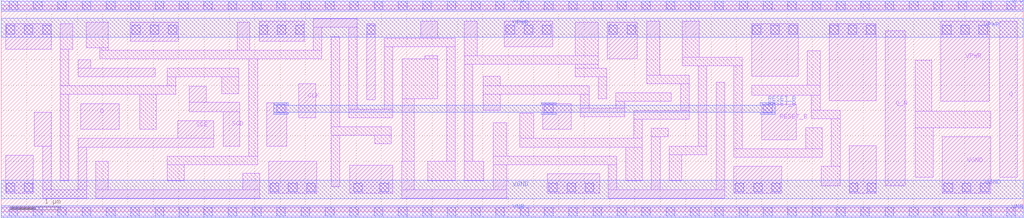
<source format=lef>
# Copyright 2020 The SkyWater PDK Authors
#
# Licensed under the Apache License, Version 2.0 (the "License");
# you may not use this file except in compliance with the License.
# You may obtain a copy of the License at
#
#     https://www.apache.org/licenses/LICENSE-2.0
#
# Unless required by applicable law or agreed to in writing, software
# distributed under the License is distributed on an "AS IS" BASIS,
# WITHOUT WARRANTIES OR CONDITIONS OF ANY KIND, either express or implied.
# See the License for the specific language governing permissions and
# limitations under the License.
#
# SPDX-License-Identifier: Apache-2.0

VERSION 5.7 ;
  NAMESCASESENSITIVE ON ;
  NOWIREEXTENSIONATPIN ON ;
  DIVIDERCHAR "/" ;
  BUSBITCHARS "[]" ;
UNITS
  DATABASE MICRONS 200 ;
END UNITS
MACRO sky130_fd_sc_hvl__sdfrbp_1
  CLASS CORE ;
  SOURCE USER ;
  FOREIGN sky130_fd_sc_hvl__sdfrbp_1 ;
  ORIGIN  0.000000  0.000000 ;
  SIZE  20.16000 BY  4.070000 ;
  SYMMETRY X Y R90 ;
  SITE unithv ;
  PIN D
    ANTENNAGATEAREA  0.420000 ;
    DIRECTION INPUT ;
    USE SIGNAL ;
    PORT
      LAYER li1 ;
        RECT 1.565000 1.625000 2.330000 2.135000 ;
    END
  END D
  PIN Q
    ANTENNADIFFAREA  0.626250 ;
    DIRECTION OUTPUT ;
    USE SIGNAL ;
    PORT
      LAYER li1 ;
        RECT 19.700000 0.685000 20.040000 3.755000 ;
    END
  END Q
  PIN Q_N
    ANTENNADIFFAREA  0.596250 ;
    DIRECTION OUTPUT ;
    USE SIGNAL ;
    PORT
      LAYER li1 ;
        RECT 17.435000 0.515000 17.835000 3.570000 ;
    END
  END Q_N
  PIN RESET_B
    ANTENNAGATEAREA  1.260000 ;
    DIRECTION INPUT ;
    USE SIGNAL ;
    PORT
      LAYER li1 ;
        RECT  5.235000 1.295000  5.635000 2.150000 ;
        RECT 10.685000 1.625000 11.245000 2.135000 ;
        RECT 15.005000 1.425000 15.685000 2.120000 ;
      LAYER mcon ;
        RECT  5.435000 1.950000  5.605000 2.120000 ;
        RECT 10.715000 1.950000 10.885000 2.120000 ;
        RECT 15.035000 1.950000 15.205000 2.120000 ;
      LAYER met1 ;
        RECT  5.375000 1.920000  5.665000 1.965000 ;
        RECT  5.375000 1.965000 15.265000 2.105000 ;
        RECT  5.375000 2.105000  5.665000 2.150000 ;
        RECT 10.655000 1.920000 10.945000 1.965000 ;
        RECT 10.655000 2.105000 10.945000 2.150000 ;
        RECT 14.975000 1.920000 15.265000 1.965000 ;
        RECT 14.975000 2.105000 15.265000 2.150000 ;
    END
  END RESET_B
  PIN SCD
    ANTENNAGATEAREA  0.420000 ;
    DIRECTION INPUT ;
    USE SIGNAL ;
    PORT
      LAYER li1 ;
        RECT 3.710000 1.975000 4.705000 2.155000 ;
        RECT 3.710000 2.155000 4.040000 2.480000 ;
        RECT 4.375000 1.295000 4.705000 1.975000 ;
    END
  END SCD
  PIN SCE
    ANTENNAGATEAREA  0.840000 ;
    DIRECTION INPUT ;
    USE SIGNAL ;
    PORT
      LAYER li1 ;
        RECT 0.655000 1.295000 0.985000 1.965000 ;
        RECT 0.815000 0.265000 1.685000 0.435000 ;
        RECT 0.815000 0.435000 0.985000 1.295000 ;
        RECT 1.515000 0.435000 1.685000 1.275000 ;
        RECT 1.515000 1.275000 4.195000 1.445000 ;
        RECT 1.515000 2.665000 3.040000 2.835000 ;
        RECT 1.515000 2.835000 1.765000 2.995000 ;
        RECT 3.485000 1.445000 4.195000 1.795000 ;
    END
  END SCE
  PIN CLK
    ANTENNAGATEAREA  0.585000 ;
    DIRECTION INPUT ;
    USE CLOCK ;
    PORT
      LAYER li1 ;
        RECT 5.870000 1.850000 6.200000 2.520000 ;
    END
  END CLK
  PIN VGND
    DIRECTION INOUT ;
    USE GROUND ;
    PORT
      LAYER li1 ;
        RECT  0.090000 0.365000  0.635000 1.115000 ;
        RECT  5.275000 0.365000  6.225000 0.995000 ;
        RECT  6.870000 0.365000  7.720000 0.915000 ;
        RECT 10.770000 0.365000 11.805000 0.745000 ;
        RECT 14.450000 0.365000 15.400000 0.895000 ;
        RECT 16.725000 0.365000 17.255000 1.305000 ;
        RECT 18.565000 0.365000 19.515000 1.475000 ;
      LAYER mcon ;
        RECT  0.095000 0.395000  0.265000 0.565000 ;
        RECT  0.455000 0.395000  0.625000 0.565000 ;
        RECT  5.305000 0.395000  5.475000 0.565000 ;
        RECT  5.665000 0.395000  5.835000 0.565000 ;
        RECT  6.025000 0.395000  6.195000 0.565000 ;
        RECT  6.950000 0.395000  7.120000 0.565000 ;
        RECT  7.470000 0.395000  7.640000 0.565000 ;
        RECT 10.800000 0.395000 10.970000 0.565000 ;
        RECT 11.160000 0.395000 11.330000 0.565000 ;
        RECT 11.520000 0.395000 11.690000 0.565000 ;
        RECT 14.480000 0.395000 14.650000 0.565000 ;
        RECT 14.840000 0.395000 15.010000 0.565000 ;
        RECT 15.200000 0.395000 15.370000 0.565000 ;
        RECT 16.725000 0.395000 16.895000 0.565000 ;
        RECT 17.085000 0.395000 17.255000 0.565000 ;
        RECT 18.595000 0.395000 18.765000 0.565000 ;
        RECT 18.955000 0.395000 19.125000 0.565000 ;
        RECT 19.315000 0.395000 19.485000 0.565000 ;
      LAYER met1 ;
        RECT 0.000000 0.255000 20.160000 0.625000 ;
    END
  END VGND
  PIN VNB
    DIRECTION INOUT ;
    USE GROUND ;
    PORT
      LAYER li1 ;
        RECT 0.000000 -0.085000 20.160000 0.085000 ;
      LAYER mcon ;
        RECT  0.155000 -0.085000  0.325000 0.085000 ;
        RECT  0.635000 -0.085000  0.805000 0.085000 ;
        RECT  1.115000 -0.085000  1.285000 0.085000 ;
        RECT  1.595000 -0.085000  1.765000 0.085000 ;
        RECT  2.075000 -0.085000  2.245000 0.085000 ;
        RECT  2.555000 -0.085000  2.725000 0.085000 ;
        RECT  3.035000 -0.085000  3.205000 0.085000 ;
        RECT  3.515000 -0.085000  3.685000 0.085000 ;
        RECT  3.995000 -0.085000  4.165000 0.085000 ;
        RECT  4.475000 -0.085000  4.645000 0.085000 ;
        RECT  4.955000 -0.085000  5.125000 0.085000 ;
        RECT  5.435000 -0.085000  5.605000 0.085000 ;
        RECT  5.915000 -0.085000  6.085000 0.085000 ;
        RECT  6.395000 -0.085000  6.565000 0.085000 ;
        RECT  6.875000 -0.085000  7.045000 0.085000 ;
        RECT  7.355000 -0.085000  7.525000 0.085000 ;
        RECT  7.835000 -0.085000  8.005000 0.085000 ;
        RECT  8.315000 -0.085000  8.485000 0.085000 ;
        RECT  8.795000 -0.085000  8.965000 0.085000 ;
        RECT  9.275000 -0.085000  9.445000 0.085000 ;
        RECT  9.755000 -0.085000  9.925000 0.085000 ;
        RECT 10.235000 -0.085000 10.405000 0.085000 ;
        RECT 10.715000 -0.085000 10.885000 0.085000 ;
        RECT 11.195000 -0.085000 11.365000 0.085000 ;
        RECT 11.675000 -0.085000 11.845000 0.085000 ;
        RECT 12.155000 -0.085000 12.325000 0.085000 ;
        RECT 12.635000 -0.085000 12.805000 0.085000 ;
        RECT 13.115000 -0.085000 13.285000 0.085000 ;
        RECT 13.595000 -0.085000 13.765000 0.085000 ;
        RECT 14.075000 -0.085000 14.245000 0.085000 ;
        RECT 14.555000 -0.085000 14.725000 0.085000 ;
        RECT 15.035000 -0.085000 15.205000 0.085000 ;
        RECT 15.515000 -0.085000 15.685000 0.085000 ;
        RECT 15.995000 -0.085000 16.165000 0.085000 ;
        RECT 16.475000 -0.085000 16.645000 0.085000 ;
        RECT 16.955000 -0.085000 17.125000 0.085000 ;
        RECT 17.435000 -0.085000 17.605000 0.085000 ;
        RECT 17.915000 -0.085000 18.085000 0.085000 ;
        RECT 18.395000 -0.085000 18.565000 0.085000 ;
        RECT 18.875000 -0.085000 19.045000 0.085000 ;
        RECT 19.355000 -0.085000 19.525000 0.085000 ;
        RECT 19.835000 -0.085000 20.005000 0.085000 ;
      LAYER met1 ;
        RECT 0.000000 -0.115000 20.160000 0.115000 ;
    END
  END VNB
  PIN VPB
    DIRECTION INOUT ;
    USE POWER ;
    PORT
      LAYER li1 ;
        RECT 0.000000 3.985000 20.160000 4.155000 ;
      LAYER mcon ;
        RECT  0.155000 3.985000  0.325000 4.155000 ;
        RECT  0.635000 3.985000  0.805000 4.155000 ;
        RECT  1.115000 3.985000  1.285000 4.155000 ;
        RECT  1.595000 3.985000  1.765000 4.155000 ;
        RECT  2.075000 3.985000  2.245000 4.155000 ;
        RECT  2.555000 3.985000  2.725000 4.155000 ;
        RECT  3.035000 3.985000  3.205000 4.155000 ;
        RECT  3.515000 3.985000  3.685000 4.155000 ;
        RECT  3.995000 3.985000  4.165000 4.155000 ;
        RECT  4.475000 3.985000  4.645000 4.155000 ;
        RECT  4.955000 3.985000  5.125000 4.155000 ;
        RECT  5.435000 3.985000  5.605000 4.155000 ;
        RECT  5.915000 3.985000  6.085000 4.155000 ;
        RECT  6.395000 3.985000  6.565000 4.155000 ;
        RECT  6.875000 3.985000  7.045000 4.155000 ;
        RECT  7.355000 3.985000  7.525000 4.155000 ;
        RECT  7.835000 3.985000  8.005000 4.155000 ;
        RECT  8.315000 3.985000  8.485000 4.155000 ;
        RECT  8.795000 3.985000  8.965000 4.155000 ;
        RECT  9.275000 3.985000  9.445000 4.155000 ;
        RECT  9.755000 3.985000  9.925000 4.155000 ;
        RECT 10.235000 3.985000 10.405000 4.155000 ;
        RECT 10.715000 3.985000 10.885000 4.155000 ;
        RECT 11.195000 3.985000 11.365000 4.155000 ;
        RECT 11.675000 3.985000 11.845000 4.155000 ;
        RECT 12.155000 3.985000 12.325000 4.155000 ;
        RECT 12.635000 3.985000 12.805000 4.155000 ;
        RECT 13.115000 3.985000 13.285000 4.155000 ;
        RECT 13.595000 3.985000 13.765000 4.155000 ;
        RECT 14.075000 3.985000 14.245000 4.155000 ;
        RECT 14.555000 3.985000 14.725000 4.155000 ;
        RECT 15.035000 3.985000 15.205000 4.155000 ;
        RECT 15.515000 3.985000 15.685000 4.155000 ;
        RECT 15.995000 3.985000 16.165000 4.155000 ;
        RECT 16.475000 3.985000 16.645000 4.155000 ;
        RECT 16.955000 3.985000 17.125000 4.155000 ;
        RECT 17.435000 3.985000 17.605000 4.155000 ;
        RECT 17.915000 3.985000 18.085000 4.155000 ;
        RECT 18.395000 3.985000 18.565000 4.155000 ;
        RECT 18.875000 3.985000 19.045000 4.155000 ;
        RECT 19.355000 3.985000 19.525000 4.155000 ;
        RECT 19.835000 3.985000 20.005000 4.155000 ;
      LAYER met1 ;
        RECT 0.000000 3.955000 20.160000 4.185000 ;
    END
  END VPB
  PIN VPWR
    DIRECTION INOUT ;
    USE POWER ;
    PORT
      LAYER li1 ;
        RECT  0.090000 3.205000  0.985000 3.705000 ;
        RECT  2.545000 3.365000  3.495000 3.735000 ;
        RECT  5.085000 3.365000  5.975000 3.755000 ;
        RECT  7.205000 2.205000  7.375000 3.705000 ;
        RECT  9.925000 3.255000 10.875000 3.755000 ;
        RECT 11.955000 3.015000 12.545000 3.735000 ;
        RECT 14.800000 2.675000 15.720000 3.705000 ;
        RECT 16.330000 2.185000 17.255000 3.705000 ;
        RECT 18.535000 2.175000 19.485000 3.755000 ;
      LAYER mcon ;
        RECT  0.095000 3.505000  0.265000 3.675000 ;
        RECT  0.455000 3.505000  0.625000 3.675000 ;
        RECT  0.815000 3.505000  0.985000 3.675000 ;
        RECT  2.575000 3.505000  2.745000 3.675000 ;
        RECT  2.935000 3.505000  3.105000 3.675000 ;
        RECT  3.295000 3.505000  3.465000 3.675000 ;
        RECT  5.085000 3.505000  5.255000 3.675000 ;
        RECT  5.445000 3.505000  5.615000 3.675000 ;
        RECT  5.805000 3.505000  5.975000 3.675000 ;
        RECT  7.205000 3.505000  7.375000 3.675000 ;
        RECT  9.955000 3.505000 10.125000 3.675000 ;
        RECT 10.315000 3.505000 10.485000 3.675000 ;
        RECT 10.675000 3.505000 10.845000 3.675000 ;
        RECT 11.985000 3.505000 12.155000 3.675000 ;
        RECT 12.345000 3.505000 12.515000 3.675000 ;
        RECT 14.815000 3.505000 14.985000 3.675000 ;
        RECT 15.175000 3.505000 15.345000 3.675000 ;
        RECT 15.535000 3.505000 15.705000 3.675000 ;
        RECT 16.345000 3.505000 16.515000 3.675000 ;
        RECT 16.705000 3.505000 16.875000 3.675000 ;
        RECT 17.065000 3.505000 17.235000 3.675000 ;
        RECT 18.565000 3.505000 18.735000 3.675000 ;
        RECT 18.925000 3.505000 19.095000 3.675000 ;
        RECT 19.285000 3.505000 19.455000 3.675000 ;
      LAYER met1 ;
        RECT 0.000000 3.445000 20.160000 3.815000 ;
    END
  END VPWR
  OBS
    LAYER li1 ;
      RECT  1.165000 0.615000  1.335000 2.315000 ;
      RECT  1.165000 2.315000  3.440000 2.485000 ;
      RECT  1.165000 2.485000  1.335000 3.205000 ;
      RECT  1.165000 3.205000  1.415000 3.705000 ;
      RECT  1.675000 3.235000  2.115000 3.735000 ;
      RECT  1.865000 0.265000  5.095000 0.435000 ;
      RECT  1.865000 0.435000  2.115000 0.995000 ;
      RECT  1.945000 3.015000  6.325000 3.185000 ;
      RECT  1.945000 3.185000  2.115000 3.235000 ;
      RECT  2.730000 1.625000  3.060000 2.315000 ;
      RECT  3.270000 2.485000  3.440000 2.665000 ;
      RECT  3.270000 2.665000  4.680000 2.835000 ;
      RECT  3.275000 0.615000  3.605000 0.925000 ;
      RECT  3.275000 0.925000  5.055000 1.095000 ;
      RECT  4.350000 2.325000  4.680000 2.665000 ;
      RECT  4.655000 3.185000  4.905000 3.735000 ;
      RECT  4.765000 0.435000  5.095000 0.755000 ;
      RECT  4.885000 1.095000  5.055000 3.015000 ;
      RECT  6.155000 3.185000  6.325000 3.635000 ;
      RECT  6.155000 3.635000  7.025000 3.805000 ;
      RECT  6.505000 0.495000  6.675000 1.505000 ;
      RECT  6.505000 1.505000  7.695000 1.675000 ;
      RECT  6.505000 1.675000  6.675000 3.455000 ;
      RECT  6.855000 1.855000  7.725000 2.025000 ;
      RECT  6.855000 2.025000  7.025000 3.635000 ;
      RECT  7.365000 1.345000  7.695000 1.505000 ;
      RECT  7.555000 2.025000  7.725000 3.255000 ;
      RECT  7.555000 3.255000  8.955000 3.425000 ;
      RECT  7.900000 0.265000  9.975000 0.435000 ;
      RECT  7.900000 0.435000  8.150000 0.995000 ;
      RECT  7.905000 0.995000  8.150000 2.225000 ;
      RECT  7.905000 2.225000  8.605000 3.015000 ;
      RECT  8.275000 3.425000  8.605000 3.755000 ;
      RECT  8.355000 3.015000  8.605000 3.075000 ;
      RECT  8.410000 0.615000  8.955000 0.995000 ;
      RECT  8.785000 0.995000  8.955000 3.255000 ;
      RECT  9.135000 0.615000  9.520000 0.995000 ;
      RECT  9.135000 0.995000  9.305000 2.905000 ;
      RECT  9.135000 2.905000 11.775000 3.075000 ;
      RECT  9.135000 3.075000  9.385000 3.755000 ;
      RECT  9.510000 2.005000  9.840000 2.315000 ;
      RECT  9.510000 2.315000 11.595000 2.485000 ;
      RECT  9.510000 2.485000  9.840000 2.675000 ;
      RECT  9.700000 0.435000  9.975000 0.925000 ;
      RECT  9.700000 0.925000 12.145000 1.095000 ;
      RECT  9.700000 1.095000  9.975000 1.755000 ;
      RECT 10.225000 1.275000 12.645000 1.445000 ;
      RECT 10.225000 1.445000 10.505000 1.945000 ;
      RECT 11.325000 2.665000 11.945000 2.835000 ;
      RECT 11.325000 2.835000 11.775000 2.905000 ;
      RECT 11.325000 3.075000 11.775000 3.735000 ;
      RECT 11.425000 1.875000 12.295000 2.045000 ;
      RECT 11.425000 2.045000 11.595000 2.315000 ;
      RECT 11.775000 2.225000 11.945000 2.665000 ;
      RECT 11.975000 0.265000 14.270000 0.435000 ;
      RECT 11.975000 0.435000 12.145000 0.925000 ;
      RECT 12.125000 2.045000 12.295000 2.175000 ;
      RECT 12.125000 2.175000 13.220000 2.345000 ;
      RECT 12.315000 0.615000 12.645000 1.275000 ;
      RECT 12.475000 1.445000 12.645000 1.825000 ;
      RECT 12.475000 1.825000 13.570000 1.995000 ;
      RECT 12.735000 2.525000 13.570000 2.695000 ;
      RECT 12.735000 2.695000 12.985000 3.755000 ;
      RECT 12.825000 0.435000 12.995000 1.475000 ;
      RECT 12.825000 1.475000 13.155000 1.645000 ;
      RECT 13.175000 0.615000 13.425000 1.125000 ;
      RECT 13.175000 1.125000 13.920000 1.295000 ;
      RECT 13.400000 1.995000 13.570000 2.525000 ;
      RECT 13.435000 2.875000 14.620000 3.045000 ;
      RECT 13.435000 3.045000 13.765000 3.755000 ;
      RECT 13.750000 1.295000 13.920000 2.875000 ;
      RECT 14.100000 0.435000 14.270000 2.555000 ;
      RECT 14.450000 1.075000 16.195000 1.245000 ;
      RECT 14.450000 1.245000 14.620000 2.875000 ;
      RECT 14.800000 2.300000 16.150000 2.495000 ;
      RECT 15.865000 1.245000 16.195000 1.655000 ;
      RECT 15.900000 2.495000 16.150000 3.175000 ;
      RECT 15.980000 1.835000 16.545000 2.005000 ;
      RECT 15.980000 2.005000 16.150000 2.300000 ;
      RECT 16.175000 0.515000 16.545000 0.895000 ;
      RECT 16.375000 0.895000 16.545000 1.835000 ;
      RECT 18.025000 0.685000 18.385000 1.655000 ;
      RECT 18.025000 1.655000 19.520000 1.985000 ;
      RECT 18.025000 1.985000 18.355000 2.985000 ;
  END
END sky130_fd_sc_hvl__sdfrbp_1

</source>
